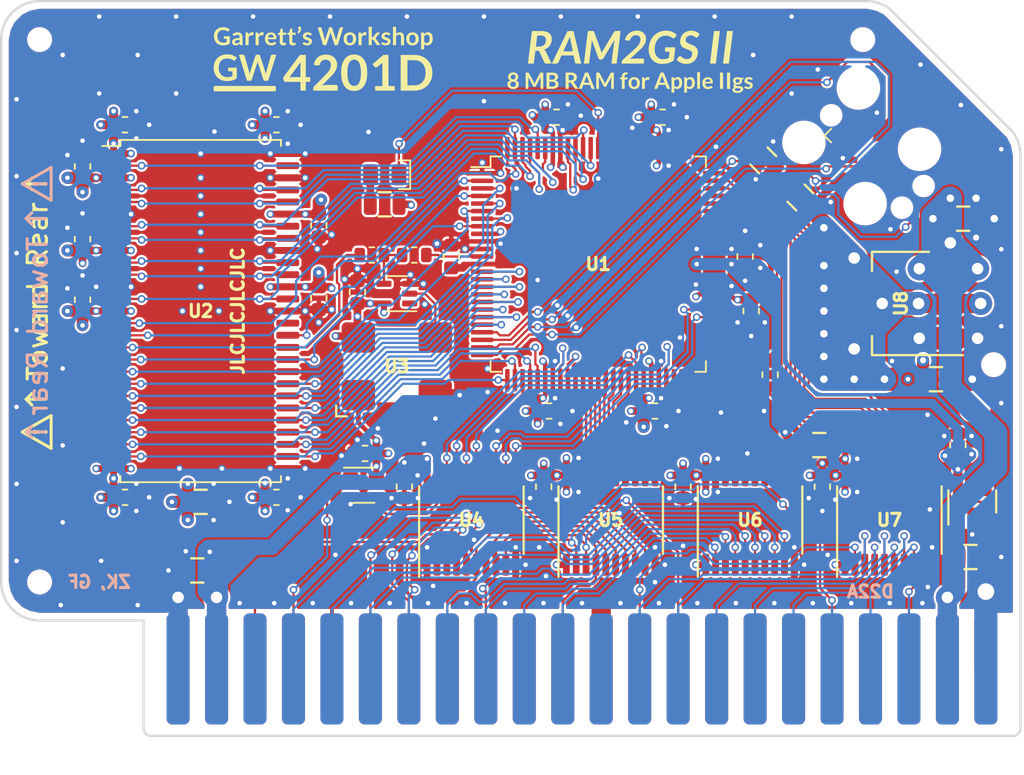
<source format=kicad_pcb>
(kicad_pcb (version 20221018) (generator pcbnew)

  (general
    (thickness 1.6108)
  )

  (paper "A4")
  (title_block
    (title "GW4201D (RAM2GS II) - EPM240 / 5M240Z / AG256")
    (date "2024-04-24")
    (rev "2.2")
    (company "Garrett's Workshop")
  )

  (layers
    (0 "F.Cu" signal)
    (1 "In1.Cu" power)
    (2 "In2.Cu" power)
    (31 "B.Cu" signal)
    (32 "B.Adhes" user "B.Adhesive")
    (33 "F.Adhes" user "F.Adhesive")
    (34 "B.Paste" user)
    (35 "F.Paste" user)
    (36 "B.SilkS" user "B.Silkscreen")
    (37 "F.SilkS" user "F.Silkscreen")
    (38 "B.Mask" user)
    (39 "F.Mask" user)
    (40 "Dwgs.User" user "User.Drawings")
    (41 "Cmts.User" user "User.Comments")
    (42 "Eco1.User" user "User.Eco1")
    (43 "Eco2.User" user "User.Eco2")
    (44 "Edge.Cuts" user)
    (45 "Margin" user)
    (46 "B.CrtYd" user "B.Courtyard")
    (47 "F.CrtYd" user "F.Courtyard")
    (48 "B.Fab" user)
    (49 "F.Fab" user)
  )

  (setup
    (stackup
      (layer "F.SilkS" (type "Top Silk Screen"))
      (layer "F.Paste" (type "Top Solder Paste"))
      (layer "F.Mask" (type "Top Solder Mask") (thickness 0.01))
      (layer "F.Cu" (type "copper") (thickness 0.035))
      (layer "dielectric 1" (type "core") (thickness 0.2104) (material "FR4") (epsilon_r 4.6) (loss_tangent 0.02))
      (layer "In1.Cu" (type "copper") (thickness 0.0175))
      (layer "dielectric 2" (type "prepreg") (thickness 1.065) (material "FR4") (epsilon_r 4.5) (loss_tangent 0.02))
      (layer "In2.Cu" (type "copper") (thickness 0.0175))
      (layer "dielectric 3" (type "core") (thickness 0.2104) (material "FR4") (epsilon_r 4.6) (loss_tangent 0.02))
      (layer "B.Cu" (type "copper") (thickness 0.035))
      (layer "B.Mask" (type "Bottom Solder Mask") (thickness 0.01))
      (layer "B.Paste" (type "Bottom Solder Paste"))
      (layer "B.SilkS" (type "Bottom Silk Screen"))
      (copper_finish "None")
      (dielectric_constraints no)
    )
    (pad_to_mask_clearance 0.0762)
    (solder_mask_min_width 0.127)
    (pad_to_paste_clearance -0.0381)
    (pcbplotparams
      (layerselection 0x00210f8_ffffffff)
      (plot_on_all_layers_selection 0x0000000_00000000)
      (disableapertmacros false)
      (usegerberextensions true)
      (usegerberattributes false)
      (usegerberadvancedattributes false)
      (creategerberjobfile false)
      (dashed_line_dash_ratio 12.000000)
      (dashed_line_gap_ratio 3.000000)
      (svgprecision 4)
      (plotframeref false)
      (viasonmask false)
      (mode 1)
      (useauxorigin false)
      (hpglpennumber 1)
      (hpglpenspeed 20)
      (hpglpendiameter 15.000000)
      (dxfpolygonmode true)
      (dxfimperialunits true)
      (dxfusepcbnewfont true)
      (psnegative false)
      (psa4output false)
      (plotreference true)
      (plotvalue true)
      (plotinvisibletext false)
      (sketchpadsonfab false)
      (subtractmaskfromsilk true)
      (outputformat 1)
      (mirror false)
      (drillshape 0)
      (scaleselection 1)
      (outputdirectory "gerber/")
    )
  )

  (net 0 "")
  (net 1 "GND")
  (net 2 "/FA15")
  (net 3 "/FA14")
  (net 4 "/FA13")
  (net 5 "/FA12")
  (net 6 "/FA11")
  (net 7 "/FA10")
  (net 8 "/~{CRAS}")
  (net 9 "/ABORT")
  (net 10 "/PH2")
  (net 11 "/~{CSEL}")
  (net 12 "/~{CROMSEL}")
  (net 13 "/CROW1")
  (net 14 "/CROW0")
  (net 15 "/~{CCAS}")
  (net 16 "/~{FWE}")
  (net 17 "/FRA1")
  (net 18 "/FRA2")
  (net 19 "/FRA0")
  (net 20 "/FRA7")
  (net 21 "/FRA5")
  (net 22 "/FRA4")
  (net 23 "/FRA3")
  (net 24 "/FRA6")
  (net 25 "/FRA8")
  (net 26 "/FRA9")
  (net 27 "/FD2")
  (net 28 "/FD7")
  (net 29 "/FD0")
  (net 30 "/FD6")
  (net 31 "/FD4")
  (net 32 "/FD5")
  (net 33 "/FD3")
  (net 34 "/FD1")
  (net 35 "/AClk")
  (net 36 "/RClk")
  (net 37 "Net-(D1-A)")
  (net 38 "unconnected-(J2-Pin_6-Pad6)")
  (net 39 "unconnected-(J2-Pin_7-Pad7)")
  (net 40 "unconnected-(J2-Pin_8-Pad8)")
  (net 41 "Net-(U7-B0)")
  (net 42 "Net-(U10-Y)")
  (net 43 "unconnected-(U1-IO2_58-Pad58)")
  (net 44 "unconnected-(U1-IO2_61-Pad61)")
  (net 45 "unconnected-(U1-IO2_62{slash}GCLK2-Pad62)")
  (net 46 "unconnected-(U1-IO2_64{slash}GCLK3-Pad64)")
  (net 47 "unconnected-(U1-IO2_66-Pad66)")
  (net 48 "unconnected-(U1-IO2_75-Pad75)")
  (net 49 "+3V3")
  (net 50 "/Dout5")
  (net 51 "/Dout6")
  (net 52 "/Dout4")
  (net 53 "/Dout7")
  (net 54 "/Dout2")
  (net 55 "/Dout1")
  (net 56 "/Dout0")
  (net 57 "/Dout3")
  (net 58 "/Din3")
  (net 59 "/Din0")
  (net 60 "/Din1")
  (net 61 "/Din2")
  (net 62 "/Din7")
  (net 63 "/Din4")
  (net 64 "/Din6")
  (net 65 "/Din5")
  (net 66 "/~{WE}in")
  (net 67 "/Ain0")
  (net 68 "/Ain2")
  (net 69 "/Ain1")
  (net 70 "/PH2in")
  (net 71 "/~{CCAS}in")
  (net 72 "/CROWin0")
  (net 73 "/CROWin1")
  (net 74 "/~{CRAS}in")
  (net 75 "/RD0")
  (net 76 "/RD2")
  (net 77 "/RD1")
  (net 78 "/RD3")
  (net 79 "/RD7")
  (net 80 "/RD5")
  (net 81 "/RD6")
  (net 82 "/RD4")
  (net 83 "/Ain7")
  (net 84 "/Ain5")
  (net 85 "/Ain4")
  (net 86 "/Ain3")
  (net 87 "/Ain6")
  (net 88 "/Ain8")
  (net 89 "/Ain9")
  (net 90 "/DQMH")
  (net 91 "/CKE")
  (net 92 "/RA11")
  (net 93 "/RA9")
  (net 94 "/RA8")
  (net 95 "/RA7")
  (net 96 "/RA6")
  (net 97 "/RA5")
  (net 98 "/RA4")
  (net 99 "/RA3")
  (net 100 "/RA2")
  (net 101 "/RA1")
  (net 102 "/RA0")
  (net 103 "/RA10")
  (net 104 "/BA1")
  (net 105 "/BA0")
  (net 106 "/R~{CS}")
  (net 107 "/R~{RAS}")
  (net 108 "/R~{CAS}")
  (net 109 "/R~{WE}")
  (net 110 "/DQML")
  (net 111 "unconnected-(U1-IO2_76-Pad76)")
  (net 112 "/TDI")
  (net 113 "unconnected-(U1-IO2_78-Pad78)")
  (net 114 "unconnected-(U1-IO2_81-Pad81)")
  (net 115 "unconnected-(U1-IO2_82-Pad82)")
  (net 116 "/TMS")
  (net 117 "/TDO")
  (net 118 "/TCK")
  (net 119 "+5V")
  (net 120 "unconnected-(U1-IO2_84-Pad84)")
  (net 121 "unconnected-(U1-IO2_86-Pad86)")
  (net 122 "+1V8")
  (net 123 "Net-(U10-A)")
  (net 124 "/MISO")
  (net 125 "/MOSI")
  (net 126 "/SCK")
  (net 127 "/S~{CS}")
  (net 128 "Net-(U4-~{OE})")
  (net 129 "unconnected-(U9-NC-Pad1)")
  (net 130 "unconnected-(U10-NC-Pad1)")
  (net 131 "/LED")
  (net 132 "unconnected-(U11-NC-Pad4)")
  (net 133 "5VC")

  (footprint "stdpads:Fiducial" (layer "F.Cu") (at 51.054 129.54))

  (footprint "stdpads:C_0603" (layer "F.Cu") (at 75.7 108.05 90))

  (footprint "stdpads:C_0603" (layer "F.Cu") (at 95.1 108.05 90))

  (footprint "stdpads:C_0603" (layer "F.Cu") (at 82.15 118.25))

  (footprint "stdpads:C_0603" (layer "F.Cu") (at 89.15 118.25))

  (footprint "stdpads:C_0603" (layer "F.Cu") (at 82.65 98.85))

  (footprint "stdpads:C_0603" (layer "F.Cu") (at 95.5 111.65 -90))

  (footprint "stdpads:C_0603" (layer "F.Cu") (at 89.65 98.85))

  (footprint "stdpads:C_0603" (layer "F.Cu") (at 51.35 106.9 90))

  (footprint "stdpads:C_0603" (layer "F.Cu") (at 51.35 102.1 90))

  (footprint "stdpads:C_0603" (layer "F.Cu") (at 54.15 99.35))

  (footprint "stdpads:C_0603" (layer "F.Cu") (at 64.15 123.95))

  (footprint "stdpads:C_0603" (layer "F.Cu") (at 64.15 99.35))

  (footprint "stdpads:C_0603" (layer "F.Cu") (at 66.95 110.8 -90))

  (footprint "stdpads:C_0603" (layer "F.Cu") (at 66.95 106 -90))

  (footprint "stdpads:C_0603" (layer "F.Cu") (at 51.35 110.9 90))

  (footprint "stdpads:C_0603" (layer "F.Cu") (at 54.15 123.95))

  (footprint "stdpads:PasteHole_1.1mm_PTH" (layer "F.Cu") (at 110.998 130.175))

  (footprint "stdpads:TSSOP-20_4.4x6.5mm_P0.65mm" (layer "F.Cu") (at 95.425 125.45))

  (footprint "stdpads:C_0603" (layer "F.Cu") (at 91 123.25 -90))

  (footprint "stdpads:C_0603" (layer "F.Cu") (at 81.8 123.25 -90))

  (footprint "stdpads:TSSOP-20_4.4x6.5mm_P0.65mm" (layer "F.Cu") (at 104.625 125.45))

  (footprint "stdpads:C_0603" (layer "F.Cu") (at 72.6 123.25 -90))

  (footprint "stdpads:TSSOP-20_4.4x6.5mm_P0.65mm" (layer "F.Cu") (at 86.225 125.45))

  (footprint "stdpads:C_0805" (layer "F.Cu") (at 58.928 128.778 180))

  (footprint "stdpads:C_0805" (layer "F.Cu") (at 109.982 127.889))

  (footprint "stdpads:Fiducial" (layer "F.Cu") (at 100.33 93.726))

  (footprint "stdpads:SOT-223" (layer "F.Cu") (at 105.387 111.15))

  (footprint "stdpads:C_0805" (layer "F.Cu") (at 109.5 105.55))

  (footprint "stdpads:C_0805" (layer "F.Cu") (at 107.7 116.15))

  (footprint "stdpads:R_0805" (layer "F.Cu") (at 96.3 101.7 -45))

  (footprint "stdpads:R_0805" (layer "F.Cu") (at 98.75 104.15 135))

  (footprint "stdpads:Fiducial" (layer "F.Cu") (at 51.054 93.726))

  (footprint "stdpads:SOT-353" (layer "F.Cu") (at 69.9 123.15 -90))

  (footprint "stdpads:Tag-Connect_TC2050-IDC-FP_2x05_P1.27mm_Vertical" (layer "F.Cu") (at 103.474 101.415 -45))

  (footprint "stdpads:TSSOP-20_4.4x6.5mm_P0.65mm" (layer "F.Cu") (at 77.025 125.45))

  (footprint "stdpads:TQFP-100_14x14mm_P0.5mm" (layer "F.Cu") (at 85.4 108.55 -90))

  (footprint "stdpads:TSOP-II-54_22.2x10.16mm_P0.8mm" (layer "F.Cu") (at 59.15 111.65 -90))

  (footprint "stdpads:Crystal_SMD_7050-4Pin_7.0x5.0mm_SiTime" (layer "F.Cu") (at 72.1 115.3))

  (footprint "stdpads:SOT-353" (layer "F.Cu") (at 72.1 110.5 90))

  (footprint "stdpads:C_0603" (layer "F.Cu") (at 69.5 110.4 90))

  (footprint "stdpads:PasteHole_1.152mm_NPTH" (layer "F.Cu") (at 48.514 93.726))

  (footprint "stdpads:PasteHole_1.152mm_NPTH" (layer "F.Cu") (at 102.87 93.726))

  (footprint "stdpads:PasteHole_1.152mm_NPTH" (layer "F.Cu") (at 48.514 129.54))

  (footprint "stdpads:C_0805" (layer "F.Cu")
    (tstamp 00000000-0000-0000-0000-00005f798ad5)
    (at 59.15 124.25)
    (tags "capacitor")
    (property "LCSC Part" "C15850")
    (property "Sheetfile" "RAM2GS.kicad_sch")
    (property "Sheetname" "")
    (property "ki_description" "Unpolarized capacitor, small symbol")
    (property "ki_keywords" "capacitor cap")
    (path "/00000000-0000-0000-0000-00005f92777a")
    (solder_mask_margin 0.05)
    (solder_paste_margin -0.025)
    (attr smd)
    (fp_text reference "C26" (at 0 0 180) (layer "F.Fab")
        (effects (font (size 0.254 0.254) (thickness 0.0635)))
      (tstamp 589b766b-ee6c-4c29-ade4-b7bfb5f21132)
    )
    (fp_text value "10u" (at 0 0.35) (layer "F.Fab")
        (effects (font (size 0.254 0.254) (thickness 0.0635)))
      (tstamp e807fa2d-79f1-47ae-af91-6bd505b3bc84)
    )
    (fp_text user "${REFERENCE}" (at 0 0 180) (layer "F.SilkS") hide
        (effects (font (size 0.254 0.254) (thickness 0.0635)))
      (tstamp d37c31fb-736c-463b-942b-e87a2266787b)
    )
    (fp_line (start -0.4064 -0.8) (end 0.4064 -0.8)
      (stroke (width 0.1524) (type solid)) (layer "F.SilkS") (tstamp 51b0abe4-b1b3-4b24-ad88-9124872c2fa1))
    (fp_line (start -0.4064 0.8) (end 0.4064 0.8)
      (stroke (width 0.1524) (type solid)) (layer "F.SilkS") (tstamp 8c8e3250-3295-446e-b3ef-cdc52c9835fa))
    (fp_line (start -1.7 -1) (end 1.7 -1)
      (stroke (width 0.05) (type solid)) (layer "F.CrtYd") (tstamp f859e2e0-732a-49c3-8d43-5d6163f1c1fc))
    (fp_line (start -1.7 1) (end -1.7 -1)
      (stroke (width 0.05) (type solid)) (layer "F.CrtYd") (tstamp eca5b21a-005d-49c7-8529-2ef862cf8f88))
    (fp_line (start 1.7 -1) (end 1.7 1)
      (stroke (width 0.05) (type solid)) (layer "F.CrtYd") (tstamp 98838538-4917-4e8e-8948-f48a0a9f60d9))
    (fp_line (start 1.7 1) (end -1.7 1)
      (stroke (width 0.05) (type solid)) (layer "F.CrtYd") (tstamp 975138a6-ec94-4427-a46e-7a02a1bd04be))
    (fp_line (start -1 -0.625) (end 1 -0.625)
      (stroke (width 0.15) (type solid)) (layer "F.Fab") (tstamp fc2867ae-35e4-4dd5-8a36-789ad91d9c27))
    (fp_line (start -1 0.625) (end -1 -0.625)
      (stroke (width 0.15) (type solid)) (layer "F.Fab") (tstamp af4459e5-bea0-45c2-9830-86564b034330))
    (fp_line (start 1 -0.625) (end 1 0.625)
      (stroke (width 0.15) (type solid)) (layer "F.Fab") (tstamp 15694829-acee-4d6a-9583-df752213d5da))
    (fp_line (start 1 0.625) (end -1 0.625)
      (stroke (width 0.15) (type solid)) (layer "F.Fab") (tstamp bbef1ec2-5d55-466f-8aeb-2594874d63cb))
    (pad "1" smd roundrect (at -0.85 0) (size 1.05 1.4) (layers "F.Cu" "F.Paste" "F.Mask") (roundrect_rratio 0.25)
      (net 49 "+3V3") (pintype "passive") (tstamp 0efbe2b0-3c33-4dc7-bb3f-70187f143e8c))
    (pad "2" smd roundrect (at 0.85 0) (size 1.05 1.4) (layers "F.Cu" "F.Paste" "F.Mask") (roundrect_rratio 0.25)
      (net 1 "GND") (pintype "passive") (tstamp 372ac22a-3bdb-4f85-9a09-fd082d795ad0))
    (model "${KICAD6_3DMODEL_DIR}/Capacitor_SMD.3dshapes/C_0805_2012Metric.wrl"
      (offset (xyz 0 0 0))
      (scale (xyz 1 1 1))
      (rota
... [2371827 chars truncated]
</source>
